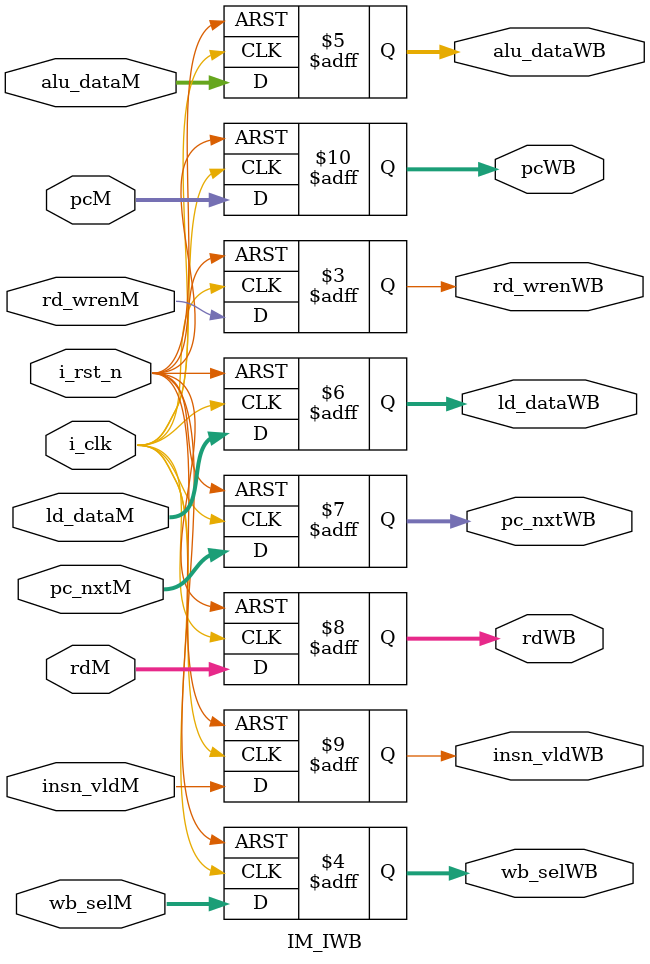
<source format=sv>
module IM_IWB (
    input logic i_clk,
    input logic i_rst_n,
    input logic rd_wrenM,
    input logic [1:0] wb_selM,
    input logic [31:0] alu_dataM,
    input logic [31:0] ld_dataM,
    input logic [31:0] pc_nxtM,
    input logic [4:0] rdM,
    input logic insn_vldM,
    input logic [31:0] pcM,

    output logic rd_wrenWB,
    output logic [1:0] wb_selWB,
    output logic [31:0] alu_dataWB,
    output logic [31:0] ld_dataWB,
    output logic [31:0] pc_nxtWB,
    output logic [4:0] rdWB,
    output logic insn_vldWB,
    output logic [31:0] pcWB
);

always_ff @(posedge i_clk or negedge i_rst_n) begin 
    if (!i_rst_n) begin
        rd_wrenWB <= 0;
        wb_selWB <= 0;
        alu_dataWB <= 0;
        ld_dataWB <= 0;
        pc_nxtWB <= 0;
        rdWB <= 0;
        insn_vldWB <= 0;
        pcWB <= 0;
    end else begin
        rd_wrenWB <= rd_wrenM;
        wb_selWB <= wb_selM;
        alu_dataWB <= alu_dataM;
        ld_dataWB <= ld_dataM;
        pc_nxtWB <= pc_nxtM;
        rdWB <= rdM;
        insn_vldWB <= insn_vldM;
        pcWB <= pcM;
    end
end

endmodule

</source>
